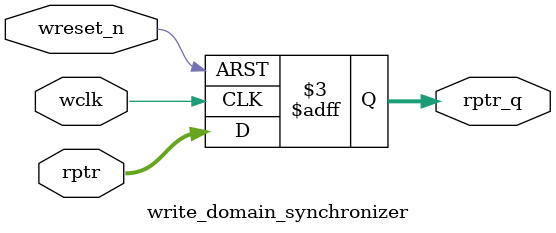
<source format=v>

module write_domain_synchronizer #(parameter ADDRESS_SIZE=4) (
  input [ADDRESS_SIZE:0] rptr,
input wclk,
input wreset_n,
  output reg [ADDRESS_SIZE:0] rptr_q);
  
  reg [ADDRESS_SIZE:0] rptr_q1;
  always @(posedge wclk or negedge wreset_n) begin
    
    if(!wreset_n) {rptr_q,rptr_q1} <= 0;
    else begin
      rptr_q<=rptr;
      rptr_q1<=rptr_q;
    end
    
  end
  
  
endmodule

</source>
